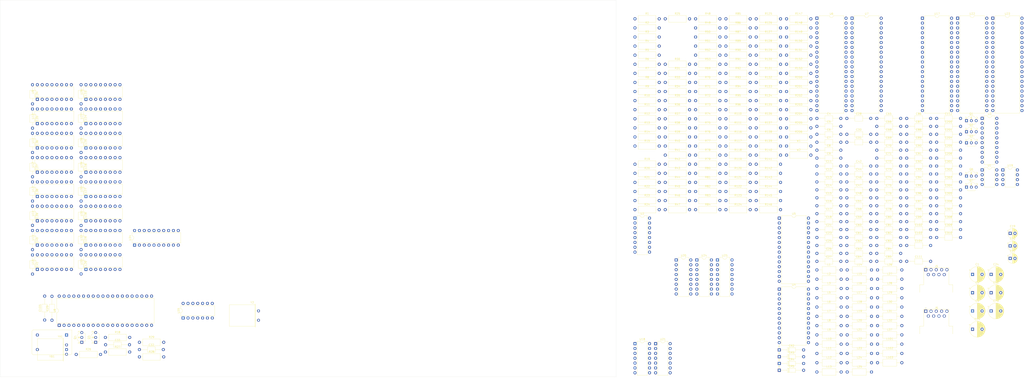
<source format=kicad_pcb>
(kicad_pcb (version 20241229) (generator "pcbnew") (generator_version "9.0")
  (title_block (date "2025-06-19"))
  (layers (0 "F.Cu" signal) (2 "B.Cu" signal) (13 "F.Paste" user) (15 "B.Paste" user) (5 "F.SilkS" user "F.Silkscreen") (7 "B.SilkS" user "B.Silkscreen") (1 "F.Mask" user) (3 "B.Mask" user) (25 "Edge.Cuts" user))
  (net 0 "")
  (net 1 "Net-(Q1-B)")
  (net 2 "Net-(Q1-C)")
  (net 3 "+5VD")
  (net 4 "+5VC")
  (net 5 "Net-(Q2-B)")
  (net 6 "Net-(Q2-E)")
  (net 7 "Net-(Q3-C)")
  (net 8 "Net-(Q3-B)")
  (net 9 "Net-(Q3-E)")
  (net 10 "Net-(Q4-B)")
  (net 11 "+5VB")
  (net 12 "Net-(Q4-E)")
  (net 13 "Net-(Q5-B)")
  (net 14 "Net-(Q5-E)")
  (net 15 "Net-(Q6-B)")
  (net 16 "Net-(Q6-C)")
  (net 19 "+5VA")
  (net 20 "Net-(U19-DIS)")
  (net 21 "Net-(SW1-A)")
  (net 22 "Net-(U19-TR)")
  (net 23 "Net-(C17-Pad1)")
  (net 24 "/SIO_AUDIO")
  (net 25 "/POKCS")
  (net 26 "Net-(C19-Pad2)")
  (net 27 "Net-(C20-Pad2)")
  (net 28 "A0")
  (net 29 "/REF")
  (net 30 "Net-(U17-S3)")
  (net 31 "Net-(C23-Pad1)")
  (net 32 "Net-(U1A-+)")
  (net 33 "D6")
  (net 34 "Net-(U8-VCC)")
  (net 36 "Net-(U6-O1)")
  (net 37 "Net-(U22-VCC)")
  (net 38 "D2")
  (net 39 "Net-(CR3-K)")
  (net 40 "Net-(C47-Pad2)")
  (net 41 "D5")
  (net 42 "Net-(U17-CADJ)")
  (net 43 "Net-(U20G-VCC)")
  (net 44 "Net-(U22-AUDIO)")
  (net 45 "A3")
  (net 46 "D1")
  (net 47 "Net-(U21-Q2)")
  (net 48 "Net-(C59-Pad2)")
  (net 49 "Net-(C111-Pad2)")
  (net 50 "A2")
  (net 51 "D3")
  (net 52 "Net-(U22-P3)")
  (net 53 "D0")
  (net 54 "D4")
  (net 55 "D7")
  (net 56 "Net-(U22-P1)")
  (net 57 "Net-(U22-P0)")
  (net 58 "A1")
  (net 59 "Net-(U22-P2)")
  (net 60 "Net-(C71-Pad2)")
  (net 61 "Net-(C72-Pad2)")
  (net 62 "Net-(C73-Pad2)")
  (net 63 "Net-(U23-PB4)")
  (net 64 "Net-(C74-Pad2)")
  (net 65 "/CLOCK_OUT")
  (net 66 "/CLOCK_IN")
  (net 67 "/DATA_IN")
  (net 68 "Net-(U23-PB5)")
  (net 70 "/DATA_OUT")
  (net 71 "/PB0")
  (net 72 "Shield")
  (net 73 "/READY_+5V")
  (net 74 "/MOTOR_CONTROL")
  (net 75 "/PIACS")
  (net 76 "Net-(C85-Pad2)")
  (net 77 "Net-(C86-Pad2)")
  (net 78 "Net-(U23-PB2)")
  (net 79 "Net-(U23-PB3)")
  (net 80 "Net-(C87-Pad2)")
  (net 81 "Net-(C88-Pad2)")
  (net 82 "/PB7")
  (net 83 "Net-(C89-Pad2)")
  (net 84 "Net-(C90-Pad2)")
  (net 85 "Net-(C91-Pad2)")
  (net 86 "Net-(C92-Pad2)")
  (net 87 "Net-(C95-Pad2)")
  (net 88 "Net-(C96-Pad2)")
  (net 89 "Net-(C97-Pad2)")
  (net 90 "Net-(C111-Pad1)")
  (net 91 "Net-(C200-Pad2)")
  (net 92 "Net-(A1-Vcc)")
  (net 93 "Net-(U17-OSC)")
  (net 94 "Net-(CR2-K)")
  (net 95 "Net-(CR4-A)")
  (net 96 "Net-(CR4-K)")
  (net 97 "Net-(CR5-A)")
  (net 98 "/P3")
  (net 99 "/P2")
  (net 100 "Net-(J5-Pad6)")
  (net 101 "Net-(J5-Pad7)")
  (net 102 "Net-(J5-Pad8)")
  (net 103 "Net-(J5-Pad2)")
  (net 104 "Net-(J5-Pad3)")
  (net 105 "Net-(J5-Pad4)")
  (net 106 "Net-(J5-Pad1)")
  (net 107 "Net-(J6-Pad3)")
  (net 108 "Net-(J6-Pad4)")
  (net 109 "/P0")
  (net 110 "Net-(J6-Pad1)")
  (net 111 "Net-(J6-Pad2)")
  (net 112 "Net-(J6-Pad6)")
  (net 113 "/P1")
  (net 114 "Net-(U17-COLOR)")
  (net 115 "Net-(L6-Pad2)")
  (net 116 "Net-(A1-Pad5)")
  (net 117 "/COMPOSITE")
  (net 118 "Net-(L9-Pad1)")
  (net 119 "/LUMA")
  (net 120 "Net-(Q7-C)")
  (net 121 "Net-(J8-RESET)")
  (net 122 "Net-(L14-Pad2)")
  (net 123 "Net-(L102-Pad2)")
  (net 124 "/CHROMA")
  (net 125 "Net-(L31-Pad1)")
  (net 126 "Net-(A1-Pad3)")
  (net 127 "Net-(L32-Pad2)")
  (net 128 "Net-(U8-OSC)")
  (net 129 "Net-(Q7-B)")
  (net 130 "Net-(U1B--)")
  (net 131 "Net-(R1-Pad1)")
  (net 132 "Net-(U1A--)")
  (net 133 "Net-(A1-Pad1)")
  (net 134 "/MONITOR_AUDIO")
  (net 135 "Net-(U2-E3)")
  (net 136 "Net-(JA4-RD4)")
  (net 137 "Net-(JA4-RD5)")
  (net 138 "Net-(JB4-~{MPD})")
  (net 139 "Net-(R19-Pad1)")
  (net 140 "Net-(R20-Pad2)")
  (net 141 "/IRQ")
  (net 142 "Net-(JB4-~{EXTSEL})")
  (net 143 "Net-(U7-~{RNMI})")
  (net 144 "Net-(U7-LP)")
  (net 145 "Net-(U6-RDY)")
  (net 146 "Net-(U17-LUM0)")
  (net 147 "Net-(U17-LUM1)")
  (net 148 "Net-(U17-LUM2)")
  (net 149 "Net-(U17-LUM3)")
  (net 150 "Net-(R47-Pad1)")
  (net 151 "Net-(R48-Pad1)")
  (net 152 "Net-(R49-Pad1)")
  (net 153 "Net-(R50-Pad1)")
  (net 154 "Net-(U22-CS1)")
  (net 155 "Net-(U22-P4)")
  (net 156 "Net-(U22-ACLK)")
  (net 157 "Net-(U22-BCLK)")
  (net 158 "Net-(U22-SID)")
  (net 159 "Net-(U22-SOD)")
  (net 160 "Net-(U23-PB1)")
  (net 161 "Net-(U23-CS0)")
  (net 162 "Net-(U22-~{KR1})")
  (net 163 "Net-(U25-X)")
  (net 164 "Net-(U23-CA2)")
  (net 165 "Net-(U23-CA1)")
  (net 166 "Net-(U23-CB1)")
  (net 167 "Net-(U23-CB2)")
  (net 168 "Net-(U10-~{CAS})")
  (net 169 "Net-(U34-~{CASMAN})")
  (net 170 "Net-(U26-~{CAS})")
  (net 171 "Net-(U34-~{CASBNK})")
  (net 172 "Net-(U23-PA0)")
  (net 173 "Net-(U23-PA1)")
  (net 174 "Net-(U23-PA2)")
  (net 175 "Net-(U23-PA3)")
  (net 176 "Net-(U23-PA4)")
  (net 177 "Net-(U23-PA5)")
  (net 178 "Net-(U23-PA6)")
  (net 179 "Net-(U23-PA7)")
  (net 180 "/T0")
  (net 181 "/T1")
  (net 182 "/S0")
  (net 183 "Net-(J8-OPTION)")
  (net 184 "Net-(J8-SELECT)")
  (net 185 "/S1")
  (net 186 "/S2")
  (net 187 "Net-(J8-START)")
  (net 188 "Net-(J8-Pad20)")
  (net 189 "Net-(U25-X7)")
  (net 190 "Net-(J8-Pad7)")
  (net 191 "Net-(J8-Pad12)")
  (net 192 "Net-(U25-X6)")
  (net 193 "Net-(J8-Pad6)")
  (net 194 "Net-(U25-X5)")
  (net 195 "Net-(J8-Pad14)")
  (net 196 "Net-(U25-X4)")
  (net 197 "Net-(J8-Pad5)")
  (net 198 "Net-(U25-X3)")
  (net 199 "Net-(J8-Pad15)")
  (net 200 "Net-(U25-X2)")
  (net 201 "Net-(J8-Pad13)")
  (net 202 "Net-(U25-X1)")
  (net 203 "Net-(U25-X0)")
  (net 204 "Net-(J8-Pad18)")
  (net 205 "Net-(J8-Pad17)")
  (net 206 "Net-(U24-X0)")
  (net 207 "Net-(U24-X1)")
  (net 208 "Net-(J8-Pad11)")
  (net 209 "Net-(U24-X2)")
  (net 210 "Net-(J8-Pad8)")
  (net 211 "Net-(U24-X3)")
  (net 212 "Net-(J8-Pad16)")
  (net 213 "Net-(U24-X4)")
  (net 214 "Net-(J8-Pad19)")
  (net 215 "Net-(J8-Pad10)")
  (net 216 "Net-(U24-X5)")
  (net 217 "Net-(U24-X6)")
  (net 218 "Net-(J8-Pad4)")
  (net 219 "Net-(U24-X7)")
  (net 220 "Net-(J8-Pad9)")
  (net 221 "A8")
  (net 225 "Net-(U2-O0)")
  (net 226 "A9")
  (net 227 "Net-(JB4-~{D1XX})")
  (net 228 "A10")
  (net 229 "Net-(JA4-~{CCTL})")
  (net 230 "Net-(U2-E1)")
  (net 231 "Net-(U3-~{C1})")
  (net 232 "Net-(JA4-~{S5})")
  (net 233 "Net-(JA4-~{S4})")
  (net 234 "Net-(U3-~{OS})")
  (net 235 "A12")
  (net 236 "Net-(U3-~{BASIC})")
  (net 237 "A11")
  (net 238 "A14")
  (net 239 "A15")
  (net 240 "A13")
  (net 254 "A6")
  (net 255 "A7")
  (net 256 "A4")
  (net 257 "A5")
  (net 261 "Net-(U6-O0)")
  (net 262 "/RW")
  (net 264 "/HALT")
  (net 265 "Net-(JB4-~{RST})")
  (net 266 "Net-(U17-AN2)")
  (net 267 "/BO2")
  (net 270 "Net-(U17-AN0)")
  (net 271 "Net-(U17-FO0)")
  (net 272 "Net-(U7-O0)")
  (net 273 "Net-(U17-AN1)")
  (net 274 "Net-(U10-A3)")
  (net 275 "Net-(U10-A1)")
  (net 276 "Net-(U34-~{CAS})")
  (net 278 "Net-(U10-A0)")
  (net 279 "Net-(U10-A6)")
  (net 280 "Net-(U10-A4)")
  (net 281 "Net-(U10-A2)")
  (net 282 "Net-(U10-A5)")
  (net 285 "Net-(U34-FA14)")
  (net 286 "Net-(U10-A7)")
  (net 288 "Net-(U10-~{RAS})")
  (net 289 "Net-(U10-~{WE})")
  (net 290 "Net-(U34-FA15)")
  (net 299 "Net-(U17-CSYNC)")
  (net 300 "Net-(U17-~{CS})")
  (net 304 "Net-(U21-D1)")
  (net 305 "Net-(U21-D2)")
  (net 306 "Net-(U21-CK2)")
  (net 307 "Net-(U22-~{K5})")
  (net 308 "Net-(U22-~{K2})")
  (net 309 "Net-(U22-~{K0})")
  (net 310 "Net-(U22-~{K4})")
  (net 311 "Net-(U22-~{K1})")
  (net 312 "Net-(U22-~{K3})")
  (net 328 "Net-(U34-MHALT)")
  (footprint "Crystal:Crystal_HC49-U_Horizontal" (layer "F.Cu") (at 83.85 212.18 -90)
    (property "Reference" "YA1")
    (property "Value" "See Note")
  )
  (footprint "Capacitor_THT:C_Axial_L3.8mm_D2.6mm_P10.00mm_Horizontal" (layer "F.Cu") (at 91.44 152.3746 -90)
    (property "Reference" "C119")
    (property "Value" "100nF")
  )
  (footprint "Resistor_THT:R_Axial_DIN0309_L9.0mm_D3.2mm_P12.70mm_Horizontal" (layer "F.Cu") (at 444.34 89.24)
    (property "Reference" "R135")
    (property "Value" "220R")
  )
  (footprint "Capacitor_THT:C_Axial_L3.8mm_D2.6mm_P12.50mm_Horizontal" (layer "F.Cu") (at 522.99 122.85)
    (property "Reference" "C93")
    (property "Value" "100nF")
  )
  (footprint "Capacitor_THT:C_Axial_L3.8mm_D2.6mm_P12.50mm_Horizontal" (layer "F.Cu") (at 491.69 122.85)
    (property "Reference" "C44")
    (property "Value" "68pF")
  )
  (footprint "Capacitor_THT:CP_Radial_D8.0mm_P5.00mm" (layer "F.Cu") (at 557.394698 204)
    (property "Reference" "C10")
    (property "Value" "22uF")
  )
  (footprint "Resistor_THT:R_Axial_DIN0309_L9.0mm_D3.2mm_P12.70mm_Horizontal" (layer "F.Cu") (at 428.49 127.24)
    (property "Reference" "R121")
    (property "Value" "220R")
  )
  (footprint "Capacitor_THT:C_Axial_L3.8mm_D2.6mm_P10.00mm_Horizontal" (layer "F.Cu") (at 91.44 88.895 -90)
    (property "Reference" "C114")
    (property "Value" "100nF")
  )
  (footprint "Resistor_THT:R_Axial_DIN0309_L9.0mm_D3.2mm_P12.70mm_Horizontal" (layer "F.Cu") (at 428.49 108.24)
    (property "Reference" "R117")
    (property "Value" "100R")
  )
  (footprint "Capacitor_THT:CP_Radial_D8.0mm_P5.00mm" (layer "F.Cu") (at 567.139396 194.45)
    (property "Reference" "C79")
    (property "Value" "22uF")
  )
  (footprint "Resistor_THT:R_Axial_DIN0309_L9.0mm_D3.2mm_P12.70mm_Horizontal" (layer "F.Cu") (at 428.49 136.74)
    (property "Reference" "R123")
    (property "Value" "220R")
  )
  (footprint "Package_DIP:DIP-14_W7.62mm" (layer "F.Cu") (at 380.95 211.53)
    (property "Reference" "U18")
    (property "Value" "74LS08")
  )
  (footprint "Inductor_THT:L_Axial_L7.0mm_D3.3mm_P12.70mm_Horizontal_Fastron_MICC" (layer "F.Cu") (at 507.74 216.65)
    (property "Reference" "L102")
    (property "Value" "FB")
  )
  (footprint "Resistor_THT:R_Axial_DIN0309_L9.0mm_D3.2mm_P12.70mm_Horizontal" (layer "F.Cu") (at 380.94 136.74)
    (property "Reference" "R23")
    (property "Value" "3k3")
  )
  (footprint "Resistor_THT:R_Axial_DIN0309_L9.0mm_D3.2mm_P12.70mm_Horizontal" (layer "F.Cu") (at 460.19 51.24)
    (property "Reference" "R149")
    (property "Value" "270R")
  )
  (footprint "Capacitor_THT:C_Axial_L3.8mm_D2.6mm_P12.50mm_Horizontal" (layer "F.Cu") (at 476.04 127)
    (property "Reference" "C13")
    (property "Value" "100nF")
  )
  (footprint "Resistor_THT:R_Axial_DIN0309_L9.0mm_D3.2mm_P12.70mm_Horizontal" (layer "F.Cu") (at 428.49 98.74)
    (property "Reference" "R111")
    (property "Value" "33R")
  )
  (footprint "Capacitor_THT:C_Axial_L3.8mm_D2.6mm_P12.50mm_Horizontal" (layer "F.Cu") (at 76.2 199.29 90)
    (property "Reference" "C29")
    (property "Value" "100nF")
  )
  (footprint "Diode_THT:D_DO-35_SOD27_P12.70mm_Horizontal" (layer "F.Cu") (at 456.4 214.8)
    (property "Reference" "CR2")
    (property "Value" "~")
  )
  (footprint "Package_DIP:DIP-16_W7.62mm" (layer "F.Cu") (at 93.98 147.315 90)
    (property "Reference" "U31")
    (property "Value" "4164")
  )
  (footprint "Capacitor_THT:C_Axial_L3.8mm_D2.6mm_P12.50mm_Horizontal" (layer "F.Cu") (at 507.34 114.55)
    (property "Reference" "C71")
    (property "Value" "1nF")
  )
  (footprint "Connector_Dsub:DSUB-9_Pins_Horizontal_P2.77x2.54mm_EdgePinOffset9.40mm" (layer "F.Cu") (at 532.93 194.568676)
    (property "Reference" "J6")
    (property "Value" "JOY1")
  )
  (footprint "Capacitor_THT:CP_Radial_D5.0mm_P2.50mm" (layer "F.Cu") (at 577.079775 166.98)
    (property "Reference" "C22")
    (property "Value" "4u7^{*}")
  )
  (footprint "Inductor_THT:L_Axial_L7.0mm_D3.3mm_P12.70mm_Horizontal_Fastron_MICC" (layer "F.Cu") (at 507.74 202.1)
    (property "Reference" "L32")
    (property "Value" "100uH")
  )
  (footprint "Resistor_THT:R_Axial_DIN0309_L9.0mm_D3.2mm_P12.70mm_Horizontal" (layer "F.Cu") (at 396.79 41.74)
    (property "Reference" "R25")
    (property "Value" "3k3")
  )
  (footprint "Package_DIP:DIP-16_W7.62mm" (layer "F.Cu") (at 380.95 145.91)
    (property "Reference" "U2")
    (property "Value" "74LS138")
  )
  (footprint "Resistor_THT:R_Axial_DIN0309_L9.0mm_D3.2mm_P12.70mm_Horizontal" (layer "F.Cu") (at 380.94 55.99)
    (property "Reference" "R4")
    (property "Value" "56k")
  )
  (footprint "Resistor_THT:R_Axial_DIN0309_L9.0mm_D3.2mm_P12.70mm_Horizontal" (layer "F.Cu") (at 412.64 51.24)
    (property "Reference" "R50")
    (property "Value" "4k7")
  )
  (footprint "Capacitor_THT:C_Axial_L3.8mm_D2.6mm_P12.50mm_Horizontal" (layer "F.Cu") (at 507.34 143.6)
    (property "Reference" "C78")
    (property "Value" "1nF")
  )
  (footprint "Resistor_THT:R_Axial_DIN0309_L9.0mm_D3.2mm_P12.70mm_Horizontal" (layer "F.Cu") (at 380.94 122.49)
    (property "Reference" "R20")
    (property "Value" "3k")
  )
  (footprint "Resistor_THT:R_Axial_DIN0309_L9.0mm_D3.2mm_P12.70mm_Horizontal" (layer "F.Cu") (at 428.49 79.74)
    (property "Reference" "R94")
    (property "Value" "4k7")
  )
  (footprint "Capacitor_THT:C_Axial_L3.8mm_D2.6mm_P10.00mm_Horizontal" (layer "F.Cu") (at 66.04 165.175 -90)
    (property "Reference" "C41")
    (property "Value" "100nF")
  )
  (footprint "Capacitor_THT:C_Axial_L3.8mm_D2.6mm_P12.50mm_Horizontal" (layer "F.Cu") (at 104.24 212.09)
    (property "Reference" "C33")
    (property "Value" "10pF")
  )
  (footprint "Inductor_THT:L_Axial_L7.0mm_D3.3mm_P12.70mm_Horizontal_Fastron_MICC" (layer "F.Cu") (at 476.04 173)
    (property "Reference" "L1")
    (property "Value" "FB")
  )
  (footprint "Package_DIP:DIP-16_W7.62mm" (layer "F.Cu") (at 93.98 134.615 90)
    (property "Reference" "U30")
    (property "Value" "4164")
  )
  (footprint "Package_DIP:DIP-16_W7.62mm" (layer "F.Cu") (at 68.58 160.015 90)
    (property "Reference" "U15")
    (property "Value" "4164")
  )
  (footprint "Inductor_THT:L_Axial_L7.0mm_D3.3mm_P12.70mm_Horizontal_Fastron_MICC" (layer "F.Cu") (at 476.04 211.8)
    (property "Reference" "L10")
    (property "Value" "FB")
  )
  (footprint "Resistor_THT:R_Axial_DIN0309_L9.0mm_D3.2mm_P12.70mm_Horizontal" (layer "F.Cu") (at 428.49 55.99)
    (property "Reference" "R89")
    (property "Value" "47k")
  )
  (footprint "Inductor_THT:L_Axial_L7.0mm_D3.3mm_P12.70mm_Horizontal_Fastron_MICC" (layer "F.Cu") (at 491.89 177.85)
    (property "Reference" "L15")
    (property "Value" "10uH")
  )
  (footprint "Capacitor_THT:C_Axial_L3.8mm_D2.6mm_P12.50mm_Horizontal" (layer "F.Cu") (at 476.04 164.35)
    (property "Reference" "C26")
    (property "Value" "100nF")
  )
  (footprint "Package_DIP:DIP-16_W7.62mm" (layer "F.Cu") (at 68.58 96.515 90)
    (property "Reference" "U10")
    (property "Value" "4164")
  )
  (footprint "Package_DIP:DIP-16_W7.62mm" (layer "F.Cu") (at 93.98 96.515 90)
    (property "Reference" "U27")
    (property "Value" "4164")
  )
  (footprint "Resistor_THT:R_Axial_DIN0309_L9.0mm_D3.2mm_P12.70mm_Horizontal" (layer "F.Cu") (at 428.49 84.49)
    (property "Reference" "R95")
    (property "Value" "220R")
  )
  (footprint "Package_DIP:DIP-16_W7.62mm" (layer "F.Cu") (at 93.98 121.915 90)
    (property "Reference" "U29")
    (property "Value" "4164")
  )
  (footprint "Inductor_THT:L_Axial_L7.0mm_D3.3mm_P12.70mm_Horizontal_Fastron_MICC" (layer "F.Cu") (at 476.04 182.7)
    (property "Reference" "L3")
    (property "Value" "FB")
  )
  (footprint "Resistor_THT:R_Axial_DIN0309_L9.0mm_D3.2mm_P12.70mm_Horizontal" (layer "F.Cu") (at 460.19 98.74)
    (property "Reference" "R205")
    (property "Value" "150R")
  )
  (footprint "Capacitor_THT:C_Axial_L3.8mm_D2.6mm_P12.50mm_Horizontal" (layer "F.Cu") (at 491.69 143.6)
    (property "Reference" "C58")
    (property "Value" "100nF")
  )
  (footprint "Resistor_THT:R_Axial_DIN0309_L9.0mm_D3.2mm_P12.70mm_Horizontal" (layer "F.Cu") (at 444.34 60.74)
    (property "Reference" "R129")
    (property "Value" "100")
  )
  (footprint "Resistor_THT:R_Axial_DIN0309_L9.0mm_D3.2mm_P12.70mm_Horizontal" (layer "F.Cu") (at 380.94 70.24)
    (property "Reference" "R7")
    (property "Value" "2k")
  )
  (footprint "Capacitor_THT:C_Axial_L3.8mm_D2.6mm_P12.50mm_Horizontal" (layer "F.Cu") (at 507.34 110.4)
    (property "Reference" "C70")
    (property "Value" "100nF")
  )
  (footprint "Inductor_THT:L_Axial_L7.0mm_D3.3mm_P12.70mm_Horizontal_Fastron_MICC" (layer "F.Cu") (at 507.74 187.55)
    (property "Reference" "L29")
    (property "Value" "10uH")
  )
  (footprint "Capacitor_THT:C_Axial_L3.8mm_D2.6mm_P12.50mm_Horizontal" (layer "F.Cu") (at 491.69 160.2)
    (property "Reference" "C62")
    (property "Value" "100nF")
  )
  (footprint "Inductor_THT:L_Axial_L7.0mm_D3.3mm_P12.70mm_Horizontal_Fastron_MICC" (layer "F.Cu") (at 507.74 197.25)
    (property "Reference" "L31")
    (property "Value" "FB")
  )
  (footprint "Inductor_THT:L_Axial_L7.0mm_D3.3mm_P12.70mm_Horizontal_Fastron_MICC" (layer "F.Cu") (at 491.89 211.8)
    (property "Reference" "L22")
    (property "Value" "10uH")
  )
  (footprint "Resistor_THT:R_Axial_DIN0309_L9.0mm_D3.2mm_P12.70mm_Horizontal" (layer "F.Cu") (at 412.64 65.49)
    (property "Reference" "R53")
    (property "Value" "100R")
  )
  (footprint "Resistor_THT:R_Axial_DIN0309_L9.0mm_D3.2mm_P12.70mm_Horizontal" (layer "F.Cu") (at 460.19 55.99)
    (property "Reference" "R150")
    (property "Value" "270R")
  )
  (footprint "Resistor_THT:R_Axial_DIN0309_L9.0mm_D3.2mm_P12.70mm_Horizontal" (layer "F.Cu") (at 460.19 84.49)
    (property "Reference" "R202")
    (property "Value" "180R")
  )
  (footprint "Package_DIP:DIP-16_W7.62mm" (layer "F.Cu") (at 413.29 167.78)
    (property "Reference" "U24")
    (property "Value" "4051")
  )
  (footprint "Package_DIP:DIP-16_W7.62mm" (layer "F.Cu") (at 68.58 121.91 90)
    (property "Reference" "U12")
    (property "Value" "4164")
  )
  (footprint "Resistor_THT:R_Axial_DIN0309_L9.0mm_D3.2mm_P12.70mm_Horizontal" (layer "F.Cu") (at 412.64 117.74)
    (property "Reference" "R79")
    (property "Value" "1k8")
  )
  (footprint "Diode_THT:D_DO-35_SOD27_P12.70mm_Horizontal" (layer "F.Cu") (at 456.4 221.9)
    (property "Reference" "CR4")
    (property "Value" "~")
  )
  (footprint "Resistor_THT:R_Axial_DIN0309_L9.0mm_D3.2mm_P12.70mm_Horizontal" (layer "F.Cu") (at 460.19 65.49)
    (property "Reference" "R152")
    (property "Value" "270R")
  )
  (footprint "Inductor_THT:L_Axial_L7.0mm_D3.3mm_P12.70mm_Horizontal_Fastron_MICC" (layer "F.Cu") (at 507.74 221.5)
    (property "Reference" "L103")
    (property "Value" "100uH")
  )
  (footprint "Inductor_THT:L_Axial_L7.0mm_D3.3mm_P12.70mm_Horizontal_Fastron_MICC" (layer "F.Cu") (at 491.89 187.55)
    (property "Reference" "L17")
    (property "Value" "10uH")
  )
  (footprint "Capacitor_THT:CP_Radial_D8.0mm_P5.00mm" (layer "F.Cu") (at 557.394698 184.9)
    (property "Reference" "C2")
    (property "Value" "22uF")
  )
  (footprint "Capacitor_THT:C_Axial_L3.8mm_D2.6mm_P12.50mm_Horizontal" (layer "F.Cu") (at 491.69 93.8)
    (property "Reference" "C28")
    (property "Value" "100nF")
  )
  (footprint "Capacitor_THT:C_Axial_L3.8mm_D2.6mm_P12.50mm_Horizontal" (layer "F.Cu") (at 507.34 139.45)
    (property "Reference" "C77")
    (property "Value" "1nF")
  )
  (footprint "Resistor_THT:R_Axial_DIN0309_L9.0mm_D3.2mm_P12.70mm_Horizontal" (layer "F.Cu") (at 428.49 70.24)
    (property "Reference" "R92")
    (property "Value" "4k7")
  )
  (footprint "Resistor_THT:R_Axial_DIN0309_L9.0mm_D3.2mm_P12.70mm_Horizontal" (layer "F.Cu") (at 460.19 70.24)
    (property "Reference" "R153")
    (property "Value" "270R")
  )
  (footprint "Capacitor_THT:C_Axial_L3.8mm_D2.6mm_P12.50mm_Horizontal" (layer "F.Cu") (at 522.99 127)
    (property "Reference" "C94")
    (property "Value" "10nF")
  )
  (footprint "Inductor_THT:L_Axial_L7.0mm_D3.3mm_P12.70mm_Horizontal_Fastron_MICC" (layer "F.Cu") (at 507.74 177.85)
    (property "Reference" "L27")
    (property "Value" "10uH")
  )
  (footprint "Package_DIP:DIP-16_W7.62mm" (layer "F.Cu") (at 68.58 147.315 90)
    (property "Reference" "U14")
    (property "Value" "4164")
  )
  (footprint "Package_DIP:DIP-28_W15.24mm" (layer "F.Cu") (at 456.4 145.92)
    (property "Reference" "U5")
    (property "Value" "OS ROM")
  )
  (footprint "Package_DIP:DIP-8_W7.62mm" (layer "F.Cu") (at 573.23 120.72)
    (property "Reference" "U19")
    (property "Value" "NE555P")
  )
  (footprint "Inductor_THT:L_Axial_L7.0mm_D3.3mm_P12.70mm_Horizontal_Fastron_MICC" (layer "F.Cu") (at 507.74 206.95)
    (property "Reference" "L37")
    (property "Value" "FB or 470R")
  )
  (footprint "Resistor_THT:R_Axial_DIN0309_L9.0mm_D3.2mm_P12.70mm_Horizontal" (layer "F.Cu") (at 396.79 98.74)
    (property "Reference" "R38")
    (property "Value" "500k")
  )
  (footprint "Resistor_THT:R_Axial_DIN0309_L9.0mm_D3.2mm_P12.70mm_Horizontal" (layer "F.Cu") (at 460.19 60.74)
    (property "Reference" "R151")
    (property "Value" "270R")
  )
  (footprint "Package_DIP:DIP-16_W7.62mm" (layer "F.Cu") (at 402.51 167.78)
    (property "Reference" "U20")
    (property "Value" "4050")
  )
  (footprint "Capacitor_THT:C_Axial_L3.8mm_D2.6mm_P12.50mm_Horizontal" (layer "F.Cu") (at 522.99 110.4)
    (property "Reference" "C90")
    (property "Value" "1nF")
  )
  (footprint "Inductor_THT:L_Axial_L7.0mm_D3.3mm_P12.70mm_Horizontal_Fastron_MICC" (layer "F.Cu") (at 507.74 192.4)
    (property "Reference" "L30")
    (property "Value" "FB")
  )
  (footprint "Resistor_THT:R_Axial_DIN0309_L9.0mm_D3.2mm_P12.70mm_Horizontal" (layer "F.Cu") (at 412.64 131.99)
    (property "Reference" "R82")
    (property "Value" "4k7")
  )
  (footprint "Resistor_THT:R_Axial_DIN0309_L9.0mm_D3.2mm_P12.70mm_Horizontal" (layer "F.Cu") (at 380.94 98.74)
    (property "Reference" "R13")
    (property "Value" "1k")
  )
  (footprint "Capacitor_THT:C_Axial_L3.8mm_D2.6mm_P12.50mm_Horizontal" (layer "F.Cu") (at 538.64 135.3)
    (property "Reference" "C305")
    (property "Value" "1nF")
  )
  (footprint "Capacitor_THT:C_Axial_L3.8mm_D2.6mm_P10.00mm_Horizontal" (layer "F.Cu") (at 91.44 101.595 -90)
    (property "Reference" "C115")
    (property "Value" "100nF")
  )
  (footprint "PCM_Package_TO_SOT_THT_AKL:TO-92_Inline_Wide_EBC" (layer "F.Cu") (at 99.06 210.82 90)
    (property "Reference" "Q5")
    (property "Value" "2N3904" (hide yes))
  )
  (footprint "Resistor_THT:R_Axial_DIN0309_L9.0mm_D3.2mm_P12.70mm_Horizontal" (layer "F.Cu") (at 380.94 51.24)
    (property "Reference" "R3")
    (property "Value" "6k2")
  )
  (footprint "Resistor_THT:R_Axial_DIN0309_L9.0mm_D3.2mm_P12.70mm_Horizontal" (layer "F.Cu") (at 380.94 108.24)
    (property "Reference" "R15")
    (property "Value" "3k")
  )
  (footprint "Package_DIP:DIP-40_W15.24mm" (layer "F.Cu") (at 567.99 41.42)
    (property "Reference" "U23")
    (property "Value" "6520")
  )
  (footprint "Resistor_THT:R_Axial_DIN0309_L9.0mm_D3.2mm_P12.70mm_Horizontal" (layer "F.Cu") (at 444.34 122.49)
    (property "Reference" "R142")
    (property "Value" "270R")
  )
  (footprint "Resistor_THT:R_Axial_DIN0309_L9.0mm_D3.2mm_P12.70mm_Horizontal" (layer "F.Cu") (at 444.34 93.99)
    (property "Reference" "R136")
    (property "Value" "220R")
  )
  (footprint "Resistor_THT:R_Axial_DIN0309_L9.0mm_D3.2mm_P12.70mm_Horizontal" (layer "F.Cu") (at 396.79 141.49)
    (property "Reference" "R47")
    (property "Value" "36k")
  )
  (footprint "Connector_Dsub:DSUB-9_Pins_Horizontal_P2.77x2.54mm_EdgePinOffset9.40mm" (layer "F.Cu") (at 532.93 172.889338)
    (property "Reference" "J5")
    (property "Value" "JOY1")
  )
  (footprint "Resistor_THT:R_Axial_DIN0309_L9.0mm_D3.2mm_P12.70mm_Horizontal" (layer "F.Cu") (at 412.64 136.74)
    (property "Reference" "R83")
    (property "Value" "4k7")
  )
  (footprint "Inductor_THT:L_Axial_L7.0mm_D3.3mm_P12.70mm_Horizontal_Fastron_MICC" (layer "F.Cu") (at 476.04 187.55)
    (property "Reference" "L5")
    (property "Value" "FB")
  )
  (footprint "PCM_Package_TO_SOT_THT_AKL:TO-92_Inline_Wide_EBC" (layer "F.Cu") (at 554.25 106.56)
    (property "Reference" "Q3")
    (property "Value" "2N3904" (hide yes))
  )
  (footprint "Capacitor_THT:C_Axial_L3.8mm_D2.6mm_P12.50mm_Horizontal" (layer "F.Cu") (at 476.04 102.1)
    (property "Reference" "C6")
    (property "Value" "1nF")
  )
  (footprint "Capacitor_THT:C_Axial_L3.8mm_D2.6mm_P12.50mm_Horizontal" (layer "F.Cu") (at 491.69 147.75)
    (property "Reference" "C59")
    (property "Value" "22pF")
  )
  (footprint "Capacitor_THT:C_Axial_L3.8mm_D2.6mm_P12.50mm_Horizontal" (layer "F.Cu") (at 476.04 160.2)
    (property "Reference" "C25")
    (property "Value" "100nF")
  )
  (footprint "Inductor_THT:L_Axial_L7.0mm_D3.3mm_P12.70mm_Horizontal_Fastron_MICC" (layer "F.Cu") (at 476.04 177.85)
    (property "Reference" "L2")
    (property "Value" "FB")
  )
  (footprint "Resistor_THT:R_Axial_DIN0309_L9.0mm_D3.2mm_P12.70mm_Horizontal" (layer "F.Cu") (at 104.14 208.28)
    (property "Reference" "R18")
    (property "Value" "220R")
  )
  (footprint "Capacitor_THT:C_Axial_L3.8mm_D2.6mm_P10.00mm_Horizontal" (layer "F.Cu") (at 91.44 165.1 -90)
    (property "Reference" "C120")
    (property "Value" "100nF")
  )
  (footprint "Inductor_THT:L_Axial_L7.0mm_D3.3mm_P12.70mm_Horizontal_Fastron_MICC" (layer "F.Cu") (at 476.04 216.65)
    (property "Reference" "L11")
    (property "Value" "FB")
  )
  (footprint "Capacitor_THT:C_Axial_L3.8mm_D2.6mm_P12.50mm_Horizontal" (layer "F.Cu") (at 476.04 118.7)
    (property "Reference" "C11")
    (property "Value" "10nF")
  )
  (footprint "Capacitor_THT:C_Axial_L3.8mm_D2.6mm_P12.50mm_Horizontal" (layer "F.Cu") (at 538.64 131.15)
    (property "Reference" "C304")
    (property "Value" "27pF")
  )
  (footprint "Package_DIP:DIP-40_W15.24mm" (layer "F.Cu") (at 549.6 41.42)
    (property "Reference" "U22")
    (property "Value" "POKEY")
  )
  (footprint "Capacitor_THT:C_Axial_L3.8mm_D2.6mm_P10.00mm_Horizontal" (layer "F.Cu") (at 91.44 76.195 -90)
    (property "Reference" "C113")
    (property "Value" "100nF")
  )
  (footprint "Resistor_THT:R_Axial_DIN0309_L9.0mm_D3.2mm_P12.70mm_Horizontal" (layer "F.Cu") (at 412.64 84.49)
    (property "Reference" "R72")
    (property "Value" "1k")
  )
  (footprint "Capacitor_THT:C_Axial_L3.8mm_D2.6mm_P12.50mm_Horizontal" (layer "F.Cu") (at 538.64 102.1)
    (property "Reference" "C201")
    (property "Value" "100nF")
  )
  (footprint "Inductor_THT:L_Axial_L7.0mm_D3.3mm_P12.70mm_Horizontal_Fastron_MICC" (layer "F.Cu") (at 476.04 197.25)
    (property "Reference" "L7")
    (property "Value" "FB")
  )
  (footprint "PCM_Package_TO_SOT_THT_AKL:TO-92_Inline_Wide_EBC" (layer "F.Cu") (at 554.25 94.98)
    (property "Reference" "Q1")
    (property "Value" "2N3904" (hide yes))
  )
  (footprint "Resistor_THT:R_Axial_DIN0309_L9.0mm_D3.2mm_P12.70mm_Horizontal" (layer "F.Cu") (at 444.34 136.74)
    (property "Reference" "R145")
    (property "Value" "270R")
  )
  (footprint "Resistor_THT:R_Axial_DIN0309_L9.0mm_D3.2mm_P12.70mm_Horizontal" (layer "F.Cu") (at 396.79 136.74)
    (property "Reference" "R46")
    (property "Value" "1k6")
  )
  (footprint "Capacitor_THT:C_Axial_L3.8mm_D2.6mm_P12.50mm_Horizontal" (layer "F.Cu") (at 538.64 151.9)
    (property "Reference" "C309")
    (property "Value" "1nF")
  )
  (footprint "PCM_Package_TO_SOT_THT_AKL:TO-92_Inline_Wide_EBC" (layer "F.Cu") (at 554.25 100.77)
    (property "Reference" "Q2")
    (property "Value" "2N3904" (hide yes))
  )
  (footprint "Capacitor_THT:CP_Radial_D8.0mm_P5.00mm" (layer "F.Cu") (at 557.394698 194.45)
    (property "Reference" "C3")
    (property "Value" "22uF")
  )
  (footprint "Capacitor_THT:CP_Radial_D5.0mm_P2.50mm" (layer "F.Cu") (at 577.079775 153.88)
    (property "Reference" "C19")
    (property "Value" "4u7^{*}")
  )
  (footprint "Capacitor_THT:CP_Radial_D8.0mm_P5.00mm" (layer "F.Cu") (at 567.139396 184.9)
    (property "Reference" "C50")
    (property "Value" "10uF")
  )
  (footprint "Capacitor_THT:C_Axial_L3.8mm_D2.6mm_P10.00mm_Horizontal" (layer "F.Cu") (at 66.04 114.295 -90)
    (property "Reference" "C37")
    (property "Value" "100nF")
  )
  (footprint "Capacitor_THT:C_Axial_L3.8mm_D2.6mm_P12.50mm_Horizontal" (layer "F.Cu") (at 522.99 114.55)
    (property "Reference" "C91")
    (property "Value" "1nF")
  )
  (footprint "Capacitor_THT:C_Axial_L3.8mm_D2.6mm_P10.00mm_Horizontal" (layer "F.Cu") (at 91.44 126.995 -90)
    (property "Reference" "C117")
    (property "Value" "100nF")
  )
  (footprint "Resistor_THT:R_Axial_DIN0309_L9.0mm_D3.2mm_P12.70mm_Horizontal" (layer "F.Cu") (at 428.49 41.74)
    (property "Reference" "R85")
    (property "Value" "3k")
  )
  (footprint "Resistor_THT:R_Axial_DIN0309_L9.0mm_D3.2mm_P12.70mm_Horizontal" (layer "F.Cu") (at 121.92 218.44)
    (property "Reference" "R28")
    (property "Value" "910k")
  )
  (footprint "PCM_Package_TO_SOT_THT_AKL:TO-92_Inline_Wide_EBC" (layer "F.Cu") (at 554.25 129.72)
    (property "Reference" "Q7")
    (property "Value" "MPSA55" (hide yes))
  )
  (footprint "Capacitor_THT:C_Axial_L3.8mm_D2.6mm_P12.50mm_Horizontal" (layer "F.Cu") (at 538.64 143.6)
    (property "Reference" "C307")
    (property "Value" "1nF")
  )
  (footprint "Inductor_THT:L_Axial_L7.0mm_D3.3mm_P12.70mm_Horizontal_Fastron_MICC" (layer "F.Cu") (at 476.04 206.95)
    (property "Reference" "L9")
    (property "Value" "FB")
  )
  (footprint "Resistor_THT:R_Axial_DIN0309_L9.0mm_D3.2mm_P12.70mm_Horizontal" (layer "F.Cu") (at 412.64 55.99)
    (property "Reference" "R51")
    (property "Value" "750R")
  )
  (footprint "Resistor_THT:R_Axial_DIN0309_L9.0mm_D3.2mm_P12.70mm_Horizontal" (layer "F.Cu") (at 460.19 93.99)
    (property "Reference" "R204")
    (property "Value" "47R")
  )
  (footprint "Capacitor_THT:C_Axial_L3.8mm_D2.6mm_P12.50mm_Horizontal" (layer "F.Cu") (at 491.69 102.1)
    (property "Reference" "C30")
    (property "Value" "100nF")
  )
  (footprint "Package_DIP:DIP-40_W15.24mm" (layer "F.Cu") (at 531.21 41.42)
    (property "Reference" "U17")
    (property "Value" "GTIA")
  )
  (footprint "Capacitor_THT:C_Axial_L3.8mm_D2.6mm_P12.50mm_Horizontal" (layer "F.Cu") (at 476.04 143.6)
    (property "Reference" "C17")
    (property "Value" "47nF")
  )
  (footprint "Resistor_THT:R_Axial_DIN0309_L9.0mm_D3.2mm_P12.70mm_Horizontal" (layer "F.Cu") (at 396.79 79.74)
    (property "Reference" "R34")
    (property "Value" "1k")
  )
  (footprint "Resistor_THT:R_Axial_DIN0309_L9.0mm_D3.2mm_P12.70mm_Horizontal" (layer "F.Cu") (at 380.94 41.74)
    (property "Reference" "R1")
    (property "Value" "22k")
  )
  (footprint "Capacitor_THT:CP_Radial_D8.0mm_P5.00mm" (layer "F.Cu") (at 567.139396 175.35)
    (property "Reference" "C24")
    (property "Value" "10uF")
  )
  (footprint "Capacitor_THT:C_Axial_L3.8mm_D2.6mm_P12.50mm_Horizontal" (layer "F.Cu") (at 491.69 151.9)
    (property "Reference" "C60")
    (property "Value" "56pF")
  )
  (footprint "Capacitor_THT:C_Axial_L3.8mm_D2.6mm_P12.50mm_Horizontal" (layer "F.Cu") (at 476.04 151.9)
    (property "Reference" "C21")
    (property "Value" "1nF")
  )
  (footprint "Resistor_THT:R_Axial_DIN0309_L9.0mm_D3.2mm_P12.70mm_Horizontal" (layer "F.Cu") (at 380.94 141.49)
    (property "Reference" "R24")
    (property "Value" "3k3")
  )
  (footprint "Resistor_THT:R_Axial_DIN0309_L9.0mm_D3.2mm_P12.70mm_Horizontal" (layer "F.Cu") (at 460.19 108.24)
    (property "Reference" "W1")
    (property "Value" "Jumper_2_Closed")
  )
  (footprint "Diode_THT:D_DO-35_SOD27_P12.70mm_Horizontal" (layer "F.Cu") (at 456.4 225.45)
    (property "Reference" "CR5")
    (property "Value" "~")
  )
  (footprint "Resistor_THT:R_Axial_DIN0309_L9.0mm_D3.2mm_P12.70mm_Horizontal" (layer "F.Cu") (at 412.64 127.24)
    (property "Reference" "R81")
    (property "Value" "4k7")
  )
  (footprint "Resistor_THT:R_Axial_DIN0309_L9.0mm_D3.2mm_P12.70mm_Horizontal" (layer "F.Cu") (at 428.49 103.49)
    (property "Reference" "R116")
    (property "Value" "51R")
  )
  (footprint "Resistor_THT:R_Axial_DIN0309_L9.0mm_D3.2mm_P12.70mm_Horizontal" (layer "F.Cu") (at 380.94 93.99)
    (property "Reference" "R12")
    (property "Value" "3k")
  )
  (footprint "Resistor_THT:R_Axial_DIN0309_L9.0mm_D3.2mm_P12.70mm_Horizontal" (layer "F.Cu") (at 396.79 122.49)
    (property "Reference" "R43")
    (property "Value" "1k")
  )
  (footprint "Capacitor_THT:C_Axial_L3.8mm_D2.6mm_P12.50mm_Horizontal" (layer "F.Cu") (at 522.99 118.7)
    (property "Reference" "C92")
    (property "Value" "1nF")
  )
  (footprint "Capacitor_THT:C_Axial_L3.8mm_D2.6mm_P10.00mm_Horizontal" (layer "F.Cu") (at 66.04 88.895 -90)
    (property "Reference" "C35")
    (property "Value" "100nF")
  )
  (footprint "Resistor_THT:R_Axial_DIN0309_L9.0mm_D3.2mm_P12.70mm_Horizontal" (layer "F.Cu") (at 412.64 41.74)
    (property "Reference" "R48")
    (property "Value" "18k")
  )
  (footprint "Resistor_THT:R_Axial_DIN0309_L9.0mm_D3.2mm_P12.70mm_Horizontal" (layer "F.Cu") (at 444.34 51.24)
    (property "Reference" "R127")
    (property "Value" "220R")
  )
  (footprint "Capacitor_THT:C_Axial_L3.8mm_D2.6mm_P12.50mm_Horizontal" (layer "F.Cu") (at 538.64 97.95)
    (property "Reference" "C200")
    (property "Value" "100nF")
  )
  (footprint "Package_DIP:DIP-16_W7.62mm" (layer "F.Cu") (at 68.58 109.215 90)
    (property "Reference" "U11")
    (property "Value" "4164")
  )
  (footprint "Resistor_THT:R_Axial_DIN0309_L9.0mm_D3.2mm_P12.70mm_Horizontal" (layer "F.Cu") (at 104.14 215.9)
    (property "Reference" "R27")
    (property "Value" "220R")
  )
  (footprint "Capacitor_THT:C_Axial_L3.8mm_D2.6mm_P12.50mm_Horizontal" (layer "F.Cu") (at 491.69 127)
    (property "Reference" "C46")
    (property "Value" "1nF")
  )
  (footprint "Resistor_THT:R_Axial_DIN0309_L9.0mm_D3.2mm_P12.70mm_Horizontal" (layer "F.Cu") (at 380.94 84.49)
    (property "Reference" "R10")
    (property "Value" "10k")
  )
  (footprint "Capacitor_THT:C_Axial_L3.8mm_D2.6mm_P10.00mm_Horizontal" (layer "F.Cu") (at 66.04 139.695 -90)
    (property "Reference" "C39")
    (property "Value" "100nF")
  )
  (footprint "Resistor_THT:R_Axial_DIN0309_L9.0mm_D3.2mm_P12.70mm_Horizontal" (layer "F.Cu") (at 444.34 127.24)
    (property "Reference" "R143")
    (property "Value" "270R")
  )
  (footprint "Resistor_THT:R_Axial_DIN0309_L9.0mm_D3.2mm_P12.70mm_Horizontal" (layer "F.Cu") (at 396.79 74.99)
    (property "Reference" "R33")
    (property "Value" "3k")
  )
  (footprint "Package_DIP:DIP-14_W7.62mm" (layer "F.Cu") (at 391.73 211.53)
    (property "Reference" "U21")
    (property "Value" "74LS74")
  )
  (footprint "Capacitor_THT:C_Axial_L3.8mm_D2.6mm_P12.50mm_Horizontal" (layer "F.Cu") (at 491.69 135.3)
    (property "Reference" "C48")
    (property "Value" "1nF")
  )
  (footprint "Resistor_THT:R_Axial_DIN0309_L9.0mm_D3.2mm_P12.70mm_Horizontal" (layer "F.Cu") (at 460.19 112.99)
    (property "Reference" "W2")
    (property "Value" "Jumper_2_Open")
  )
  (footprint "Capacitor_THT:C_Axial_L3.8mm_D2.6mm_P12.50mm_Horizontal" (layer "F.Cu") (at 476.04 106.25)
    (property "Reference" "C7")
    (property "Value" "10nF")
  )
  (footprint "Capacitor_THT:C_Axial_L3.8mm_D2.6mm_P12.50mm_Horizontal" (layer "F.Cu") (at 491.69 131.15)
    (property "Reference" "C47")
    (property "Value" "1nF")
  )
  (footprint "Capacitor_THT:C_Axial_L3.8mm_D2.6mm_P12.50mm_Horizontal" (layer "F.Cu") (at 507.34 127)
    (property "Reference" "C74")
    (property "Value" "1nF")
  )
  (footprint "Capacitor_THT:C_Axial_L3.8mm_D2.6mm_P12.50mm_Horizontal" (layer "F.Cu") (at 476.04 147.75)
    (property "Reference" "C18")
    (property "Value" "100nF")
  )
  (footprint "Resistor_THT:R_Axial_DIN0309_L9.0mm_D3.2mm_P12.70mm_Horizontal" (layer "F.Cu") (at 444.34 108.24)
    (property "Reference" "R139")
    (property "Value" "270R")
  )
  (footprint "Resistor_THT:R_Axial_DIN0309_L9.0mm_D3.2mm_P12.70mm_Horizontal" (layer "F.Cu") (at 428.49 117.74)
    (property "Reference" "R119")
    (property "Value" "100R")
  )
  (footprint "Resistor_THT:R_Axial_DIN0309_L9.0mm_D3.2mm_P12.70mm_Horizontal" (layer "F.Cu") (at 380.94 60.74)
    (property "Reference" "R5")
    (property "Value" "470k")
  )
  (footprint "Capacitor_THT:C_Axial_L3.8mm_D2.6mm_P12.50mm_Horizontal" (layer "F.Cu") (at 538.64 93.8)
    (property "Reference" "C112")
    (property "Value" "1nF")
  )
  (footprint "Resistor_THT:R_Axial_DIN0309_L9.0mm_D3.2mm_P12.70mm_Horizontal" (layer "F.Cu") (at 412.64 108.24)
    (property "Reference" "R77")
    (property "Value" "1k8")
  )
  (footprint "Package_DIP:DIP-16_W7.62mm" (layer "F.Cu") (at 93.98 109.215 90)
    (property "Reference" "U28")
    (property "Value" "4164")
  )
  (footprint "Capacitor_THT:C_Axial_L3.8mm_D2.6mm_P12.50mm_Horizontal" (layer "F.Cu") (at 507.34 168.5)
    (property "Reference" "C85")
    (property "Value" "1nF")
  )
  (footprint "Package_DIP:DIP-16_W7.62mm" (layer "F.Cu") (at 68.58 172.715 90)
    (property "Reference" "U16")
    (property "Value" "4164")
  )
  (footprint "PCM_Package_TO_SOT_THT_AKL:TO-92_Inline_Wide_EBC" (layer "F.Cu") (at 554.25 123.93)
    (property "Reference" "Q6")
    (property "Value" "2N3904" (hide yes))
  )
  (footprint "Capacitor_THT:C_Axial_L3.8mm_D2.6mm_P12.50mm_Horizontal" (layer "F.Cu") (at 476.04 110.4)
    (property "Reference" "C8")
    (property "Value" "1nF")
  )
  (footprint "Resistor_THT:R_Axial_DIN0309_L9.0mm_D3.2mm_P12.70mm_Horizontal" (layer "F.Cu") (at 444.34 112.99)
    (property "Reference" "R140")
    (property "Value" "270R")
  )
  (footprint "Resistor_THT:R_Axial_DIN0309_L9.0mm_D3.2mm_P12.70mm_Horizontal" (layer "F.Cu") (at 444.34 117.74)
    (property "Reference" "R141")
    (property "Value" "270R")
  )
  (footprint "Resistor_THT:R_Axial_DIN0309_L9.0mm_D3.2mm_P12.70mm_Horizontal" (layer "F.Cu") (at 396.79 84.49)
    (property "Reference" "R35")
    (property "Value" "33k")
  )
  (footprint "Resistor_THT:R_Axial_DIN0309_L9.0mm_D3.2mm_P12.70mm_Horizontal" (layer "F.Cu") (at 396.79 108.24)
    (property "Reference" "R40")
    (property "Value" "100R")
  )
  (footprint "Capacitor_THT:C_Axial_L3.8mm_D2.6mm_P12.50mm_Horizontal" (layer "F.Cu") (at 507.34 118.7)
    (property "Reference" "C72")
    (property "Value" "1nF")
  )
  (footprint "Inductor_THT:L_Axial_L7.0mm_D3.3mm_P12.70mm_Horizontal_Fastron_MICC" (layer "F.Cu") (at 491.89 182.7)
    (property "Reference" "L16")
    (property "Value" "10uH")
  )
  (footprint "Package_DIP:DIP-16_W7.62mm" (layer "F.Cu") (at 68.58 134.615 90)
    (property "Reference" "U13")
    (property "Value" "4164")
  )
  (footprint "Resistor_THT:R_Axial_DIN0309_L9.0mm_D3.2mm_P12.70mm_Horizontal" (layer "F.Cu") (at 412.64 103.49)
    (property "Reference" "R76")
    (property "Value" "1k8")
  )
  (footprint "Inductor_THT:L_Axial_L7.0mm_D3.3mm_P12.70mm_Horizontal_Fastron_MICC" (layer "F.Cu") (at 491.89 221.5)
    (property "Reference" "L24")
    (property "Value" "10uH")
  )
  (footprint "Resistor_THT:R_Axial_DIN0309_L9.0mm_D3.2mm_P12.70mm_Horizontal" (layer "F.Cu") (at 444.34 46.49)
    (property "Reference" "R126")
    (property "Value" "220R")
  )
  (footprint "Resistor_THT:R_Axial_DIN0309_L9.0mm_D3.2mm_P12.70mm_Horizontal" (layer "F.Cu") (at 428.49 65.49)
    (property "Reference" "R91")
    (property "Value" "2k7")
  )
  (footprint "Capacitor_THT:C_Axial_L3.8mm_D2.6mm_P12.50mm_Horizontal" (layer "F.Cu") (at 522.99 139.45)
    (property "Reference" "C97")
    (property "Value" "1nF")
  )
  (footprint "Capacitor_THT:C_Axial_L3.8mm_D2.6mm_P10.00mm_Horizontal" (layer "F.Cu") (at 66.04 76.195 -90)
    (property "Reference" "C34")
    (property "Value" "100nF")
  )
  (footprint "Resistor_THT:R_Axial_DIN0309_L9.0mm_D3.2mm_P12.70mm_Horizontal" (layer "F.Cu") (at 396.79 89.24)
    (property "Reference" "R36")
    (property "Value" "680R")
  )
  (footprint "Inductor_THT:L_Axial_L7.0mm_D3.3mm_P12.70mm_Horizontal_Fastron_MICC" (layer "F.Cu") (at 507.74 182.7)
    (property "Reference" "L28")
    (property "Value" "10uH")
  )
  (footprint "Capacitor_THT:C_Axial_L3.8mm_D2.6mm_P12.50mm_Horizontal" (layer "F.Cu") (at 522.99 151.9)
    (property "Reference" "C102")
    (property "Value" "1nF")
  )
  (footprint "Resistor_THT:R_Axial_DIN0309_L9.0mm_D3.2mm_P12.70mm_Horizontal" (layer "F.Cu") (at 412.64 122.49)
    (property "Reference" "R80")
    (property "Value" "1k")
  )
  (footprint "Resistor_THT:R_Axial_DIN0309_L9.0mm_D3.2mm_P12.70mm_Horizontal" (layer "F.Cu") (at 460.19 46.49)
    (property "Reference" "R148")
    (property "Value" "270R")
  )
  (footprint "Resistor_THT:R_Axial_DIN0309_L9.0mm_D3.2mm_P12.70mm_Horizontal" (layer "F.Cu") (at 428.49 112.99)
    (property "Reference" "R118")
    (property "Value" "100R")
  )
  (footprint "Capacitor_THT:C_Axial_L3.8mm_D2.6mm_P12.50mm_Horizontal" (layer "F.Cu") (at 491.69 168.5)
    (property "Reference" "C64")
    (property "Value" "1nF")
  )
  (footprint "Capacitor_THT:C_Axial_L3.8mm_D2.6mm_P12.50mm_Horizontal" (layer "F.Cu") (at 538.64 122.85)
    (property "Reference" "C302")
    (property "Value" "27pF")
  )
  (footprint "Resistor_THT:R_Axial_DIN0309_L9.0mm_D3.2mm_P12.70mm_Horizontal" (layer "F.Cu") (at 428.49 46.49)
    (property "Reference" "R86")
    (property "Value" "3k")
  )
  (footprint "Package_DIP:DIP-16_W7.62mm" (layer "F.Cu") (at 93.98 172.715 90)
    (property "Reference" "U33")
    (property "Value" "4164")
  )
  (footprint "Package_DIP:DIP-16_W7.62mm" (layer "F.Cu") (at 93.98 83.815 90)
    (property "Reference" "U26")
    (property "Value" "4164")
  )
  (footprint "Oscillator:Oscillator_DIP-14" (layer "F.Cu") (at 83.82 207.01 180)
    (property "Reference" "YB1")
    (property "Value" "See Note")
  )
  (footprint "Resistor_THT:R_Axial_DIN0309_L9.0mm_D3.2mm_P12.70mm_Horizontal" (layer "F.Cu") (at 428.49 74.99)
    (property "Reference" "R93")
    (property "Value" "4k7")
  )
  (footprint "Resistor_THT:R_Axial_DIN0309_L9.0mm_D3.2mm_P12.70mm_Horizontal" (layer "F.Cu") (at 380.94 65.49)
    (property "Reference" "R6")
    (property "Value" "68k")
  )
  (footprint "Resistor_THT:R_Axial_DIN0309_L9.0mm_D3.2mm_P12.70mm_Horizontal" (layer "F.Cu") (at 412.64 74.99)
    (property "Reference" "R70")
    (property "Value" "10k")
  )
  (footprint "Capacitor_THT:C_Axial_L3.8mm_D2.6mm_P12.50mm_Horizontal" (layer "F.Cu") (at 491.69 156.05)
    (property "Reference" "C61")
    (property "Value" "100nF")
  )
  (footprint "Resistor_THT:R_Axial_DIN0309_L9.0mm_D3.2mm_P12.70mm_Horizontal" (layer "F.Cu") (at 380.94 46.49)
    (property "Reference" "R2")
    (property "Value" "2k")
  )
  (footprint "Package_DIP:DIP-20_W7.62mm" (layer "F.Cu") (at 562.45 93.77)
    (property "Reference" "U3")
    (property "Value" "4164")
  )
  (footprint "Capacitor_THT:C_Axial_L3.8mm_D2.6mm_P12.50mm_Horizontal" (layer "F.Cu") (at 507.34 147.75)
    (property "Reference" "C80")
    (property "Value" "1nF")
  )
  (footprint "Capacitor_THT:C_Axial_L3.8mm_D2.6mm_P12.50mm_Horizontal" (layer "F.Cu") (at 522.99 147.75)
    (property "Reference" "C99")
    (property "Value" "1nF")
  )
  (footprint "Resistor_THT:R_Axial_DIN0309_L9.0mm_D3.2mm_P12.70mm_Horizontal" (layer "F.Cu") (at 412.64 89.24)
    (property "Reference" "R73")
    (property "Value" "1k")
  )
  (footprint "Inductor_THT:L_Axial_L7.0mm_D3.3mm_P12.70mm_Horizontal_Fastron_MICC" (layer "F.Cu") (at 491.89 197.25)
    (property "Reference" "L19")
    (property "Value" "10uH")
  )
  (footprint "Capacitor_THT:C_Axial_L3.8mm_D2.6mm_P12.50mm_Horizontal" (layer "F.Cu") (at 476.04 97.95)
    (property "Reference" "C5")
    (property "Value" "1nF")
  )
  (footprint "Inductor_THT:L_Axial_L7.0mm_D3.3mm_P12.70mm_Horizontal_Fastron_MICC" (layer "F.Cu") (at 507.74 211.8)
    (property "Reference" "L101")
    (property "Value" "FB")
  )
  (footprint "Resistor_THT:R_Axial_DIN0309_L9.0mm_D3.2mm_P12.70mm_Horizontal" (layer "F.Cu") (at 428.49 141.49)
    (property "Reference" "R124")
    (property "Value" "220R")
  )
  (footprint "Capacitor_THT:C_Axial_L3.8mm_D2.6mm_P12.50mm_Horizontal" (layer "F.Cu") (at 538.64 118.7)
    (property "Reference" "C301")
    (property "Value" "27pF")
  )
  (footprint "Capacitor_THT:C_Axial_L3.8mm_D2.6mm_P12.50mm_Horizontal" (layer "F.Cu") (at 538.64 139.45)
    (property "Reference" "C306")
    (property "Value" "1nF")
  )
  (footprint "Resistor_THT:R_Axial_DIN0309_L9.0mm_D3.2mm_P12.70mm_Horizontal" (layer "F.Cu") (at 444.34 70.24)
    (property "Reference" "R131")
    (property "Value" "100")
  )
  (footprint "Capacitor_THT:C_Axial_L3.8mm_D2.6mm_P12.50mm_Horizontal" (layer "F.Cu") (at 522.99 97.95)
    (property "Reference" "C87")
    (property "Value" "1nF")
  )
  (footprint "PCM_Package_TO_SOT_THT_AKL:TO-92_Inline_Wide_EBC" (layer "F.Cu") (at 91.8 210.82 90)
    (property "Reference" "Q4")
    (property "Value" "2N3904" (hide yes))
  )
  (footprint "Resistor_THT:R_Axial_DIN0309_L9.0mm_D3.2mm_P12.70mm_Horizontal" (layer "F.Cu") (at 396.79 131.99)
    (property "Reference" "R45")
    (property "Value" "1k")
  )
  (footprint "Resistor_THT:R_Axial_DIN0309_L9.0mm_D3.2mm_P12.70mm_Horizontal" (layer "F.Cu") (at 396.79 112.99)
    (property "Reference" "R41")
    (property "Value" "1k")
  )
  (footprint "Capacitor_THT:C_Axial_L3.8mm_D2.6mm_P12.50mm_Horizontal" (layer "F.Cu") (at 538.64 156.05)
    (property "Reference" "C310")
    (property "Value" "1nF")
  )
  (footprint "Capacitor_THT:C_Axial_L3.8mm_D2.6mm_P12.50mm_Horizontal" (layer "F.Cu") (at 476.04 114.55)
    (property "Reference" "C9")
    (property "Value" "1nF")
  )
  (footprint "Resistor_THT:R_Axial_DIN0309_L9.0mm_D3.2mm_P12.70mm_Horizontal" (layer "F.Cu") (at 412.64 98.74)
    (property "Reference" "R75")
    (property "Value" "3k")
  )
  (footprint "Inductor_THT:L_Axial_L7.0mm_D3.3mm_P12.70mm_Horizontal_Fastron_MICC" (layer "F.Cu") (at 476.04 202.1)
    (property "Reference" "L8")
    (property "Value" "15uH")
  )
  (footprint "Capacitor_THT:C_Axial_L3.8mm_D2.6mm_P12.50mm_Horizontal" (layer "F.Cu") (at 522.99 106.25)
    (property "Reference" "C89")
    (property "Value" "1nF")
  )
  (footprint "Capacitor_THT:C_Axial_L3.8mm_D2.6mm_P12.50mm_Horizontal" (layer "F.Cu") (at 522.99 102.1)
    (property "Reference" "C88")
    (property "Value" "1nF")
  )
  (footprint "Capacitor_THT:C_Axial_L3.8mm_D2.6mm_P12.50mm_Horizontal" (layer "F.Cu") (at 507.34 156.05)
    (property "Reference" "C82")
    (property "Value" "1nF")
  )
  (footprint "Package_DIP:DIP-24_W15.24mm" (layer "F.Cu") (at 456.4 183.04)
    (property "Reference" "U4")
    (property "Value" "BASIC")
  )
  (footprint "Resistor_THT:R_Axial_DIN0309_L9.0mm_D3.2mm_P12.70mm_Horizontal" (layer "F.Cu") (at 428.49 89.24)
    (property "Reference" "R96")
    (property "Value" "47k")
  )
  (footprint "Package_DIP:DIP-8_W7.62mm" (layer "F.Cu") (at 562.45 120.72)
    (property "Reference" "U1")
    (property "Value" "LM358")
  )
  (footprint "Resistor_THT:R_Axial_DIN0309_L9.0mm_D3.2mm_P12.70mm_Horizontal" (layer "F.Cu") (at 121.92 210.82)
    (property "Reference" "R29")
    (property "Value" "1M")
  )
  (footprint "Package_DIP:DIP-40_W15.24mm" (layer "F.Cu") (at 80.01 201.93 90)
    (property "Reference" "U8")
    (property "Value" "FREDDIE")
  )
  (footprint "Capacitor_THT:C_Axial_L3.8mm_D2.6mm_P12.50mm_Horizontal" (layer "F.Cu") (at 538.64 106.25)
    (property "Reference" "C204")
    (property "Value" "1uF")
  )
  (footprint "Capacitor_THT:C_Axial_L3.8mm_D2.6mm_P12.50mm_Horizontal" (layer "F.Cu") (at 522.99 135.3)
    (property "Reference" "C96")
    (property "Value" "1nF")
  )
  (footprint "Capacitor_THT:C_Axial_L3.8mm_D2.6mm_P12.50mm_Horizontal" (layer "F.Cu") (at 491.69 139.45)
    (property "Reference" "C51")
    (property "Value" "100nF")
  )
  (footprint "Resistor_THT:R_Axial_DIN0309_L9.0mm_D3.2mm_P12.70mm_Horizontal" (layer "F.Cu") (at 444.34 79.74)
    (property "Reference" "R133")
    (property "Value" "220R")
  )
  (footprint "Inductor_THT:L_Axial_L7.0mm_D3.3mm_P12.70mm_Horizontal_Fastron_MICC" (layer "F.Cu") (at 476.04 192.4)
    (property "Reference" "L6")
    (property "Value" "100uH")
  )
  (footprint "Package_DIP:DIP-16_W7.62mm" (layer "F.Cu") (at 93.98 160.015 90)
    (property "Reference" "U32")
    (property "Value" "4164")
  )
  (footprint "Resistor_THT:R_Axial_DIN0309_L9.0mm_D3.2mm_P12.70mm_Horizontal" (layer "F.Cu") (at 460.19 79.74)
    (property "Reference" "R201")
    (property "Value" "6k8")
  )
  (footprint "Capacitor_THT:C_Axial_L3.8mm_D2.6mm_P10.00mm_Horizontal" (layer "F.Cu") (at 66.04 101.595 -90)
    (property "Reference" "C36")
    (property "Value" "100nF")
  )
  (footprint "Package_DIP:DIP-40_W15.24mm" (layer "F.Cu") (at 476.04 41.42)
    (property "Reference" "U6")
    (property "Value" "SALLY")
  )
  (footprint "Resistor_THT:R_Axial_DIN0309_L9.0mm_D3.2mm_P12.70mm_Horizontal" (layer "F.Cu") (at 428.49 51.24)
    (property "Reference" "R87")
    (property "Value" "3k")
  )
  (footprint "Resistor_THT:R_Axial_DIN0309_L9.0mm_D3.2mm_P12.70mm_Horizontal" (layer "F.Cu") (at 444.34 84.49)
    (property "Reference" "R134")
    (property "Value" "220R")
  )
  (footprint "Package_DIP:DIP-40_W15.24mm" (layer "F.Cu") (at 494.43 41.42)
    (property "Reference" "U7")
    (property "Value" "ANTIC")
  )
  (footprint "Capacitor_THT:C_Axial_L3.8mm_D2.6mm_P12.50mm_Horizontal" (layer "F.Cu") (at 507.34 135.3)
    (property "Reference" "C76")
    (property "Value" "1nF")
  )
  (footprint "Resistor_THT:R_Axial_DIN0309_L9.0mm_D3.2mm_P12.70mm_Horizontal" (layer "F.Cu") (at 380.94 79.74)
    (property "Reference" "R9")
    (property "Value" "3k3")
  )
  (footprint "Resistor_THT:R_Axial_DIN0309_L9.0mm_D3.2mm_P12.70mm_Horizontal" (layer "F.Cu") (at 444.34 55.99)
    (property "Reference" "R128")
    (property "Value" "100")
  )
  (footprint "Inductor_THT:L_Axial_L7.0mm_D3.3mm_P12.70mm_Horizontal_Fastron_MICC" (layer "F.Cu") (at 476.04 226.35)
    (property "Reference" "L13")
    (property "Value" "1.5uH")
  )
  (footprint "Inductor_THT:L_Axial_L7.0mm_D3.3mm_P12.70mm_Horizontal_Fastron_MICC" (layer "F.Cu") (at 491.89 216.65)
    (property "Reference" "L23")
    (property "Value" "FB")
  )
  (footprint "Capacitor_THT:C_Axial_L3.8mm_D2.6mm_P12.50mm_Horizontal" (layer "F.Cu") (at 491.69 118.7)
    (property "Reference" "C42")
    (property "Value" "100nF")
  )
  (footprint "Capacitor_THT:C_Axial_L3.8mm_D2.6mm_P12.50mm_Horizontal" (layer "F.Cu") (at 476.04 135.3)
    (property "Reference" "C15")
    (property "Value" "1nF")
  )
  (footprint "Resistor_THT:R_Axial_DIN0309_L9.0mm_D3.2mm_P12.70mm_Horizontal" (layer "F.Cu") (at 428.49 93.99)
    (property "Reference" "R110")
    (property "Value" "33R")
  )
  (footprint "Capacitor_THT:C_Axial_L3.8mm_D2.6mm_P12.50mm_Horizontal" (layer "F.Cu") (at 507.34 122.85)
    (property "Reference" "C73")
    (property "Value" "1nF")
  )
  (footprint "Capacitor_THT:C_Axial_L3.8mm_D2.6mm_P12.50mm_Horizontal" (layer "F.Cu") (at 476.04 156.05)
    (property "Reference" "C23")
    (property "Value" "47nF")
  )
  (footprint "Capacitor_THT:C_Axial_L3.8mm_D2.6mm_P12.50mm_Horizontal" (layer "F.Cu") (at 522.99 160.2)
    (property "Reference" "C104")
    (property "Value" "100nF")
  )
  (footprint "Crystal:Crystal_HC49-U_Horizontal" (layer "F.Cu") (at 184.18 194.4 -90)
    (property "Reference" "Y2")
    (property "Value" "4.33618MHz")
  )
  (footprint "Capacitor_THT:C_Axial_L3.8mm_D2.6mm_P12.50mm_Horizontal" (layer "F.Cu") (at 476.04 139.45)
    (property "Reference" "C16")
    (property "Value" "100nF")
  )
  (footprint "Capacitor_THT:C_Axial_L3.8mm_D2.6mm_P12.50mm_Horizontal" (layer "F.Cu") (at 507.34 151.9)
    (property "Reference" "C81")
    (property "Value" "1nF")
  )
  (footprint "Resistor_THT:R_Axial_DIN0309_L9.0mm_D3.2mm_P12.70mm_Horizontal" (layer "F.Cu") (at 428.49 122.49)
    (property "Reference" "R120")
    (property "Value" "220R")
  )
  (footprint "Capacitor_THT:C_Axial_L3.8mm_D2.6mm_P12.50mm_Horizontal" (layer "F.Cu") (at 507.34 93.8)
    (property "Reference" "C65")
    (property "Value" "1nF")
  )
  (footprint "Resistor_THT:R_Axial_DIN0309_L9.0mm_D3.2mm_P12.70mm_Horizontal" (layer "F.Cu") (at 396.79 65.49)
    (property "Reference" "R30")
    (property "Value" "3k")
  )
  (footprint "Capacitor_THT:C_Axial_L3.8mm_D2.6mm_P12.50mm_Horizontal" (layer "F.Cu") (at 507.34 160.2)
    (property "Reference" "C83")
    (property "Value" "1nF")
  )
  (footprint "Package_DIP:DIP-16_W7.62mm" (layer "F.Cu") (at 424.07 167.78)
    (property "Reference" "U25")
    (property "Value" "4051")
  )
  (footprint "Resistor_THT:R_Axial_DIN0309_L9.0mm_D3.2mm_P12.70mm_Horizontal" (layer "F.Cu") (at 396.79 103.49)
    (property "Reference" "R39")
    (property "Value" "56k")
  )
  (footprint "Capacitor_THT:C_Axial_L3.8mm_D2.6mm_P12.50mm_Horizontal" (layer "F.Cu") (at 491.69 106.25)
    (property "Reference" "C31")
    (property "Value" "100nF")
  )
  (footprint "Capacitor_THT:C_Axial_L3.8mm_D2.6mm_P12.50mm_Horizontal" (layer "F.Cu") (at 507.34 164.35)
    (property "Reference" "C84")
    (property "Value" "1nF")
  )
  (footprint "Capacitor_THT:C_Axial_L3.8mm_D2.6mm_P12.50mm_Horizontal" (layer "F.Cu") (at 121.92 214.63)
    (property "Reference" "C32")
    (property "Value" "18pF")
  )
  (footprint "Capacitor_THT:C_Axial_L3.8mm_D2.6mm_P10.00mm_Horizontal" (layer "F.Cu") (at 91.44 114.295 -90)
    (property "Reference" "C116")
    (property "Value" "100nF")
  )
  (footprint "Resistor_THT:R_Axial_DIN0309_L9.0mm_D3.2mm_P12.70mm_Horizontal" (layer "F.Cu") (at 428.49 131.99)
    (property "Reference" "R122")
    (property "Value" "220R")
  )
  (footprint "Capacitor_THT:C_Axial_L3.8mm_D2.6mm_P10.00mm_Horizontal" (layer "F.Cu") (at 66.04 126.995 -90)
    (property "Reference" "C38")
    (property "Value" "100nF")
  )
  (footprint "Resistor_THT:R_Axial_DIN0309_L9.0mm_D3.2mm_P12.70mm_Horizontal" (layer "F.Cu") (at 412.64 112.99)
    (property "Reference" "R78")
    (property "Value" "1k8")
  )
  (footprint "Resistor_THT:R_Axial_DIN0309_L9.0mm_D3.2mm_P12.70mm_Horizontal" (layer "F.Cu") (at 88.9 217.17)
    (property "Reference" "R26")
    (property "Value" "2k2")
  )
  (footprint "Resistor_THT:R_Axial_DIN0309_L9.0mm_D3.2mm_P12.70mm_Horizontal" (layer "F.Cu") (at 412.64 70.24)
    (property "Reference" "R69")
    (property "Value" "6k8")
  )
  (footprint "Capacitor_THT:C_Axial_L3.8mm_D2.6mm_P12.50mm_Horizontal" (layer "F.Cu") (at 538.64 127)
    (property "Reference" "C303")
    (property "Value" "27pF")
  )
  (footprint "Resistor_THT:R_Axial_DIN0309_L9.0mm_D3.2mm_P12.70mm_Horizontal" (layer "F.Cu") (at 444.34 103.49)
    (property "Reference" "R138")
    (property "Value" "270R")
  )
  (footprint "Resistor_THT:R_Axial_DIN0309_L9.0mm_D3.2mm_P12.70mm_Horizontal" (layer "F.Cu") (at 444.34 41.74)
    (property "Reference" "R125")
    (property "Value" "220R")
  )
  (footprint "Capacitor_THT:C_Axial_L3.8mm_D2.6mm_P12.50mm_Horizontal" (layer "F.Cu") (at 72.39 199.19 90)
    (property "Reference" "C105")
    (property "Value" "100nF")
  )
  (footprint "Capacitor_THT:C_Axial_L3.8mm_D2.6mm_P12.50mm_Horizontal" (layer "F.Cu") (at 538.64 114.55)
    (property "Reference" "C206")
    (property "Value" "27pF")
  )
  (footprint "Resistor_THT:R_Axial_DIN0309_L9.0mm_D3.2mm_P12.70mm_Horizontal" (layer "F.Cu") (at 380.94 131.99)
    (property "Reference" "R22")
    (property "Value" "3k")
  )
  (footprint "Diode_THT:D_DO-35_SOD27_P12.70mm_Horizontal" (layer "F.Cu") (at 456.4 218.35)
    (property "Reference" "CR3")
    (property "Value" "1N4148")
  )
  (footprint "Resistor_THT:R_Axial_DIN0309_L9.0mm_D3.2mm_P12.70mm_Horizontal" (layer "F.Cu") (at 460.19 41.74)
    (property "Reference" "R147")
    (property "Value" "270R")
  )
  (footprint "Inductor_THT:L_Axial_L7.0mm_D3.3mm_P12.70mm_Horizontal_Fastron_MICC" (layer "F.Cu") (at 476.04 221.5)
    (property "Reference" "L12")
    (property "Value" "FB")
  )
  (footprint "Resistor_THT:R_Axial_DIN0309_L9.0mm_D3.2mm_P12.70mm_Horizontal" (layer "F.Cu") (at 428.49 60.74)
    (property "Reference" "R90")
    (property "Value" "100")
  )
  (footprint "Resistor_THT:R_Axial_DIN0309_L9.0mm_D3.2mm_P12.70mm_Horizontal" (layer "F.Cu") (at 396.79 93.99)
    (property "Reference" "R37")
    (property "Value" "1k")
  )
  (footprint "Package_DIP:DIP-14_W7.62mm" (layer "F.Cu") (at 144.78 198.12 90)
    (property "Reference" "U35")
    (property "Value" "74LS95")
  )
  (footprint "Resistor_THT:R_Axial_DIN0309_L9.0mm_D3.2mm_P12.70mm_Horizontal" (layer "F.Cu") (at 380.94 89.24)
    (property "Reference" "R11")
    (property "Value" "2k2")
  )
  (footprint "Inductor_THT:L_Axial_L7.0mm_D3.3mm_P12.70mm_Horizontal_Fastron_MICC" (layer "F.Cu") (at 491.89 202.1)
    (property "Reference" "L20")
    (property "Value" "10uH")
  )
  (footprint "Resistor_THT:R_Axial_DIN0309_L9.0mm_D3.2mm_P12.70mm_Horizontal" (layer "F.Cu") (at 412.64 60.74)
    (property "Reference" "R52")
    (property "Value" "2k")
  )
  (footprint "Resistor_THT:R_Axial_DIN0309_L9.0mm_D3.2mm_P12.70mm_Horizontal" (layer "F.Cu") (at 380.94 103.49)
    (property "Reference" "R14")
    (property "Value" "1k")
  )
  (footprint "Package_DIP:DIP-16_W7.62mm" (layer "F.Cu") (at 68.58 83.815 90)
    (property "Reference" "U9")
    (property "Value" "4164")
  )
  (footprint "Resistor_THT:R_Axial_DIN0309_L9.0mm_D3.2mm_P12.70mm_Horizontal" (layer "F.Cu") (at 412.64 93.99)
    (property "Reference" "R74")
    (property "Value" "3k")
  )
  (footprint "Resistor_THT:R_Axial_DIN0309_L9.0mm_D3.2mm_P12.70mm_Horizontal" (layer "F.Cu") (at 396.79 117.74)
    (property "Reference" "R42")
    (property "Value" "1k")
  )
  (footprint "Capacitor_THT:C_Axial_L3.8mm_D2.6mm_P12.50mm_Horizontal" (layer "F.Cu") (at 476.04 93.8)
    (property "Reference" "C4")
    (property "Value" "100nF")
  )
  (footprint "Capacitor_THT:C_Axial_L3.8mm_D2.6mm_P10.00mm_Horizontal" (layer "F.Cu") (at 91.44 139.775 -90)
    (property "Reference" "C118")
    (property "Value" "100nF")
  )
  (footprint "Resistor_THT:R_Axial_DIN0309_L9.0mm_D3.2mm_P12.70mm_Horizontal" (layer "F.Cu") (at 380.94 117.74)
    (property "Reference" "R19")
    (property "Value" "3k")
  )
  (footprint "Inductor_THT:L_Axial_L7.0mm_D3.3mm_P12.70mm_Horizontal_Fastron_MICC" (layer "F.Cu") (at 507.74 173)
    (property "Reference" "L26")
    (property "Value" "10uH")
  )
  (footprint "Resistor_THT:R_Axial_DIN0309_L9.0mm_D3.2mm_P12.70mm_Horizontal" (layer "F.Cu") (at 380.94 74.99)
    (property "Reference" "R8")
    (property "Value" "5k1")
  )
  (footprint "Capacitor_THT:C_Axial_L3.8mm_D2.6mm_P12.50mm_Horizontal" (layer "F.Cu") (at 538.64 147.75)
    (property "Reference" "C308")
    (property "Value" "1nF")
  )
  (footprint "Capacitor_THT:C_Axial_L3.8mm_D2.6mm_P12.50mm_Horizontal" (layer "F.Cu") (at 522.99 168.5)
    (property "Reference" "C111")
    (property "Value" "820pF")
  )
  (footprint "Resistor_THT:R_Axial_DIN0309_L9.0mm_D3.2mm_P12.70mm_Horizontal" (layer "F.Cu") (at 412.64 141.49)
    (property "Reference" "R84")
    (property "Value" "4k7")
  )
  (footprint "Capacitor_THT:C_Axial_L3.8mm_D2.6mm_P12.50mm_Horizontal" (layer "F.Cu") (at 522.99 93.8)
    (property "Reference" "C86")
    (property "Value" "1nF")
  )
  (footprint "Resistor_THT:R_Axial_DIN0309_L9.0mm_D3.2mm_P12.70mm_Horizontal" (layer "F.Cu") (at 444.34 65.49)
    (property "Reference" "R130")
    (property "Value" "100")
  )
  (footprint "Resistor_THT:R_Axial_DIN0309_L9.0mm_D3.2mm_P12.70mm_Horizontal" (layer "F.Cu") (at 444.34 131.99)
    (property "Reference" "R144")
    (property "Value" "270R")
  )
  (footprint "Capacitor_THT:C_Axial_L3.8mm_D2.6mm_P12.50mm_Horizontal" (layer "F.Cu") (at 507.34 131.15)
    (property "Reference" "C75")
    (property "Value" "1nF")
  )
  (footprint "Resistor_THT:R_Axial_DIN0309_L9.0mm_D3.2mm_P12.70mm_Horizontal" (layer "F.Cu") (at 412.64 79.74)
    (property "Reference" "R71")
    (property "Value" "470R")
  )
  (footprint "Capacitor_THT:C_Axial_L3.8mm_D2.6mm_P12.50mm_Horizontal" (layer "F.Cu") (at 476.04 122.85)
    (property "Reference" "C12")
    (property "Value" "1nF")
  )
  (footprint "Capacitor_THT:C_Axial_L3.8mm_D2.6mm_P12.50mm_Horizontal" (layer "F.Cu") (at 476.04 168.5)
    (property "Reference" "C27")
    (property "Value" "100nF")
  )
  (footprint "Resistor_THT:R_Axial_DIN0309_L9.0mm_D3.2mm_P12.70mm_Horizontal" (layer "F.Cu") (at 380.94 127.24)
    (property "Reference" "R21")
    (property "Value" "3k")
  )
  (footprint "Resistor_THT:R_Axial_DIN0309_L9.0mm_D3.2mm_P12.70mm_Horizontal" (layer "F.Cu") (at 460.19 103.49)
    (property "Reference" "R206")
    (property "Value" "3k3")
  )
  (footprint "Capacitor_THT:C_Axial_L3.8mm_D2.6mm_P12.50mm_Horizontal" (layer "F.Cu") (at 507.34 102.1)
    (property "Reference" "C68")
    (property "Value" "100nF")
  )
  (footprint "Capacitor_THT:C_Axial_L3.8mm_D2.6mm_P12.50mm_Horizontal" (layer "F.Cu") (at 522.99 131.15)
    (property "Reference" "C95")
    (property "Value" "10nF")
  )
  (footprint "Inductor_THT:L_Axial_L7.0mm_D3.3mm_P12.70mm_Horizontal_Fastron_MICC" (layer "F.Cu") (at 491.89 206.95)
    (property "Reference" "L21")
    (property "Value" "10uH")
  )
  (footprint "Inductor_THT:L_Axial_L7.0mm_D3.3mm_P12.70mm_Horizontal_Fastron_MICC" (layer "F.Cu") (at 491.89 173)
    (property "Reference" "L14")
    (property "Value" "22uH")
  )
  (footprint "Resistor_THT:R_Axial_DIN0309_L9.0mm_D3.2mm_P12.70mm_Horizontal" (layer "F.Cu") (at 412.64 46.49)
    (property "Reference" "R49")
    (property "Value" "9K1")
  )
  (footprint "Resistor_THT:R_Axial_DIN0309_L9.0mm_D3.2mm_P12.70mm_Horizontal" (layer "F.Cu") (at 444.34 141.49)
    (property "Reference" "R146")
    (property "Value" "270R")
  )
  (footprint "Capacitor_THT:C_Axial_L3.8mm_D2.6mm_P12.50mm_Horizontal" (layer "F.Cu") (at 507.34 106.25)
    (property "Reference" "C69")
    (property "Value" "100nF")
  )
  (footprint "Resistor_THT:R_Axial_DIN0309_L9.0mm_D3.2mm_P12.70mm_Horizontal" (layer "F.Cu") (at 460.19 89.24)
    (property "Reference" "R203")
    (property "Value" "3k3")
  )
  (footprint "Resistor_THT:R_Axial_DIN0309_L9.0mm_D3.2mm_P12.70mm_Horizontal" (layer "F.Cu") (at 396.79 127.24)
    (property "Reference" "R44")
    (property "Value" "1k")
  )
  (footprint "Inductor_THT:L_Axial_L7.0mm_D3.3mm_P12.70mm_Horizontal_Fastron_MICC" (layer "F.Cu") (at 491.89 192.4)
    (property "Reference" "L18")
    (property "Value" "10uH")
  )
  (footprint "Capacitor_THT:C_Axial_L3.8mm_D2.6mm_P12.50mm_Horizontal" (layer "F.Cu") (at 507.34 97.95)
    (property "Reference" "C66")
    (property "Value" "1nF")
  )
  (footprint "Capacitor_THT:C_Axial_L3.8mm_D2.6mm_P12.50mm_Horizontal" (layer "F.Cu") (at 522.99 143.6)
    (property "Reference" "C98")
    (property "Value" "10uF")
  )
  (footprint "Resistor_THT:R_Axial_DIN0309_L9.0mm_D3.2mm_P12.70mm_Horizontal" (layer "F.Cu") (at 444.34 98.74)
    (property "Reference" "R137")
    (property "Value" "270R")
  )
  (footprint "Capacitor_THT:C_Axial_L3.8mm_D2.6mm_P10.00mm_Horizontal" (layer "F.Cu") (at 66.04 152.395 -90)
    (property "Reference" "C40")
    (property "Value" "100nF")
  )
  (footprint "Resistor_THT:R_Axial_DIN0309_L9.0mm_D3.2mm_P12.70mm_Horizontal" (layer "F.Cu") (at 444.34 74.99)
    (property "Reference" "R132")
    (property "Value" "220R")
  )
  (footprint "Capacitor_THT:C_Axial_L3.8mm_D2.6mm_P12.50mm_Horizontal" (layer "F.Cu") (at 491.69 164.35)
    (property "Reference" "C63")
    (property "Value" "1nF")
  )
  (footprint "Capacitor_THT:C_Axial_L3.8mm_D2.6mm_P12.50mm_Horizontal" (layer "F.Cu") (at 538.64 110.4)
    (property "Reference" "C205")
    (property "Value" "1uF")
  )
  (footprint "Resistor_THT:R_Axial_DIN0309_L9.0mm_D3.2mm_P12.70mm_Horizontal" (layer "F.Cu") (at 460.19 74.99)
    (property "Reference" "R200")
    (property "Value" "470k")
  )
  (footprint "Resistor_THT:R_Axial_DIN0309_L9.0mm_D3.2mm_P12.70mm_Horizontal" (layer "F.Cu") (at 396.79 70.24)
    (property "Reference" "R31")
    (property "Value" "3k")
  )
  (footprint "Inductor_THT:L_Axial_L7.0mm_D3.3mm_P12.70mm_Horizontal_Fastron_MICC" (layer "F.Cu") (at 491.89 226.35)
    (property "Reference" "L25")
    (property "Value" "10uH")
  )
  (footprint "Capacitor_THT:C_Axial_L3.8mm_D2.6mm_P12.50mm_Horizontal" (layer "F.Cu") (at 476.04 131.15)
    (property "Reference" "C14")
    (property "Value" "1nF")
  )
  (footprint "Capacitor_THT:CP_Radial_D5.0mm_P2.50mm" (layer "F.Cu") (at 577.079775 160.43)
    (property "Reference" "C20")
    (property "Value" "4u7^{*}")
  )
  (footprint "Package_DIP:DIP-20_W7.62mm" (layer "F.Cu") (at 119.38 160.02 90)
    (property "Reference" "U34")
    (property "Value" "MMMU")
  )
  (footprint "Capacitor_THT:CP_Radial_D8.0mm_P5.00mm" (layer "F.Cu") (at 557.394698 175.35)
    (property "Reference" "C1")
    (property "Value" "470uF")
  )
  (footprint "Capacitor_THT:C_Axial_L3.8mm_D2.6mm_P12.50mm_Horizontal" (layer "F.Cu") (at 522.99 156.05)
    (property "Reference" "C103")
    (property "Value" "100nF")
  )
  (gr_line (start 371.0728 31.9278) (end 371.0728 228.9278) (stroke (width 0.05)) (layer "Edge.Cuts"))
  (gr_line (start 49.0728 31.9278) (end 49.0728 228.9278) (stroke (width 0.05)) (layer "Edge.Cuts"))
  (gr_line (start 49.0728 228.9278) (end 371.0728 228.9278) (stroke (width 0.05)) (layer "Edge.Cuts"))
  (gr_line (start 49.0728 31.9278) (end 371.0728 31.9278) (stroke (width 0.05)) (layer "Edge.Cuts"))
)
</source>
